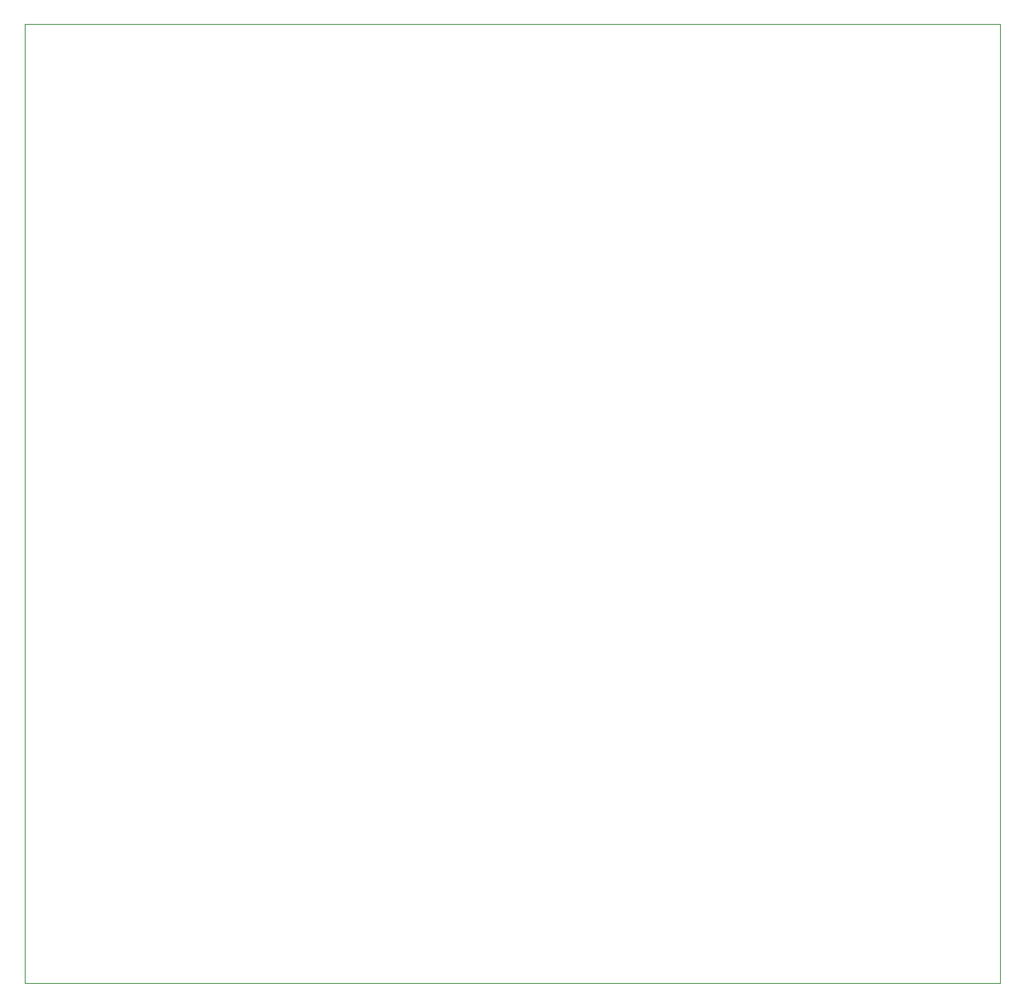
<source format=gbr>
%TF.GenerationSoftware,Altium Limited,Altium Designer,22.8.2 (66)*%
G04 Layer_Color=0*
%FSLAX45Y45*%
%MOMM*%
%TF.SameCoordinates,FB7AEFDD-F9D1-43F8-8D2B-1616BFC5D0C0*%
%TF.FilePolarity,Positive*%
%TF.FileFunction,Profile,NP*%
%TF.Part,Single*%
G01*
G75*
%TA.AperFunction,Profile*%
%ADD45C,0.02540*%
D45*
X6520000Y2530000D02*
Y12690000D01*
X16850000D01*
Y2530000D01*
X6520000D01*
%TF.MD5,e94512a19353e9e348b1f0f3374e7aec*%
M02*

</source>
